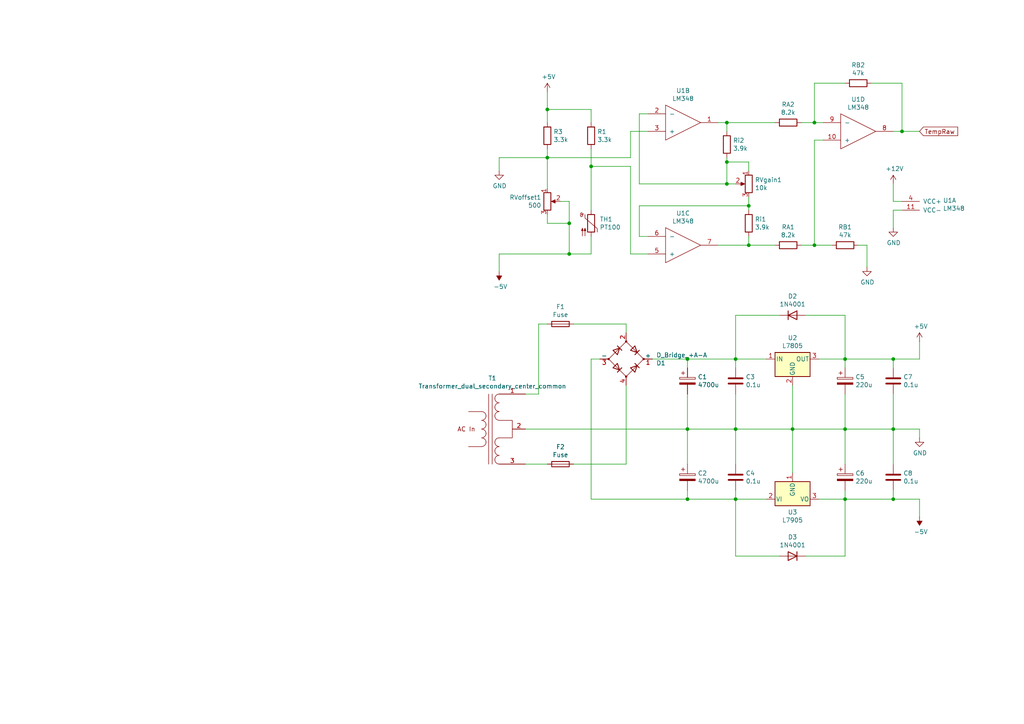
<source format=kicad_sch>
(kicad_sch (version 20211123) (generator eeschema)
  (paper "A4")
  (lib_symbols
    (symbol "Device:C" (pin_numbers hide) (pin_names (offset 0.254))
      (property "Reference" "C" (at 0.635 2.54 0))
      (property "Value" "C" (at 0.635 -2.54 0))
      (symbol "C_0_1"
        (polyline (pts (xy -2.032 -0.762) (xy 2.032 -0.762)) (stroke (width 0.508)))
        (polyline (pts (xy -2.032 0.762) (xy 2.032 0.762)) (stroke (width 0.508)))
      )
      (symbol "C_1_1"
        (pin passive line (at 0 3.81 270) (length 2.794) (name "~") (number "1"))
        (pin passive line (at 0 -3.81 90) (length 2.794) (name "~") (number "2"))
      )
    )
    (symbol "Device:D_Bridge_+A-A" (pin_names (offset 0))
      (property "Reference" "D" (at 2.54 6.985 0))
      (property "Value" "D_Bridge_+A-A" (at 2.54 5.08 0))
      (symbol "D_Bridge_+A-A_0_1"
        (circle (center -5.08 0) (radius 0.254) (fill (type outline)))
        (circle (center 0 -5.08) (radius 0.254) (fill (type outline)))
        (polyline (pts (xy -2.54 3.81) (xy -1.27 2.54)) (stroke (width 0.254)))
        (polyline (pts (xy -1.27 -2.54) (xy -2.54 -3.81)) (stroke (width 0.254)))
        (polyline (pts (xy 2.54 -1.27) (xy 3.81 -2.54)) (stroke (width 0.254)))
        (polyline (pts (xy 2.54 1.27) (xy 3.81 2.54)) (stroke (width 0.254)))
        (polyline (pts (xy -3.81 2.54) (xy -2.54 1.27) (xy -1.905 3.175) (xy -3.81 2.54)) (stroke (width 0.254)))
        (polyline (pts (xy -2.54 -1.27) (xy -3.81 -2.54) (xy -1.905 -3.175) (xy -2.54 -1.27)) (stroke (width 0.254)))
        (polyline (pts (xy 1.27 2.54) (xy 2.54 3.81) (xy 3.175 1.905) (xy 1.27 2.54)) (stroke (width 0.254)))
        (polyline (pts (xy 3.175 -1.905) (xy 1.27 -2.54) (xy 2.54 -3.81) (xy 3.175 -1.905)) (stroke (width 0.254)))
        (polyline (pts (xy -5.08 0) (xy 0 -5.08) (xy 5.08 0) (xy 0 5.08) (xy -5.08 0)))
        (circle (center 0 5.08) (radius 0.254) (fill (type outline)))
        (circle (center 5.08 0) (radius 0.254) (fill (type outline)))
      )
      (symbol "D_Bridge_+A-A_1_1"
        (pin passive line (at 7.62 0 180) (length 2.54) (name "+") (number "1"))
        (pin passive line (at 0 -7.62 90) (length 2.54) (name "~") (number "2"))
        (pin passive line (at -7.62 0 0) (length 2.54) (name "-") (number "3"))
        (pin passive line (at 0 7.62 270) (length 2.54) (name "~") (number "4"))
      )
    )
    (symbol "Device:Fuse" (pin_numbers hide) (pin_names (offset 0))
      (property "Reference" "F" (at 2.032 0 90))
      (property "Value" "Fuse" (at -1.905 0 90))
      (symbol "Fuse_0_1"
        (rectangle (start -0.762 -2.54) (end 0.762 2.54) (stroke (width 0.254)))
        (polyline (pts (xy 0 2.54) (xy 0 -2.54)))
      )
      (symbol "Fuse_1_1"
        (pin passive line (at 0 3.81 270) (length 1.27) (name "~") (number "1"))
        (pin passive line (at 0 -3.81 90) (length 1.27) (name "~") (number "2"))
      )
    )
    (symbol "Device:R" (pin_numbers hide) (pin_names (offset 0))
      (property "Reference" "R" (at 2.032 0 90))
      (property "Value" "R" (at 0 0 90))
      (symbol "R_0_1"
        (rectangle (start -1.016 -2.54) (end 1.016 2.54) (stroke (width 0.254)))
      )
      (symbol "R_1_1"
        (pin passive line (at 0 3.81 270) (length 1.27) (name "~") (number "1"))
        (pin passive line (at 0 -3.81 90) (length 1.27) (name "~") (number "2"))
      )
    )
    (symbol "Diode:1N4001" (pin_numbers hide) (pin_names (offset 1.016) hide)
      (property "Reference" "D" (at 0 2.54 0))
      (property "Value" "1N4001" (at 0 -2.54 0))
      (symbol "1N4001_0_1"
        (polyline (pts (xy -1.27 1.27) (xy -1.27 -1.27)) (stroke (width 0.254)))
        (polyline (pts (xy 1.27 0) (xy -1.27 0)))
        (polyline (pts (xy 1.27 1.27) (xy 1.27 -1.27) (xy -1.27 0) (xy 1.27 1.27)) (stroke (width 0.254)))
      )
      (symbol "1N4001_1_1"
        (pin passive line (at -3.81 0 0) (length 2.54) (name "K") (number "1"))
        (pin passive line (at 3.81 0 180) (length 2.54) (name "A") (number "2"))
      )
    )
    (symbol "My_Parts:LM348" (pin_names (offset 1.016))
      (property "Reference" "U" (at -3.81 6.35 0))
      (property "Value" "LM348" (at 0.635 -5.715 0))
      (symbol "LM348_1_1"
        (pin power_in line (at 0 -2.54 0) (length 5.08) (name "VCC-") (number "11"))
        (pin power_in line (at 0 0 0) (length 5.08) (name "VCC+") (number "4"))
      )
      (symbol "LM348_2_1"
        (polyline (pts (xy -5.08 5.08) (xy -5.08 -5.08) (xy 5.08 0) (xy -5.08 5.08)))
        (pin output line (at 10.16 0 180) (length 5.08) (name "~") (number "1"))
        (pin input line (at -10.16 2.54 0) (length 5.08) (name "-") (number "2"))
        (pin input line (at -10.16 -2.54 0) (length 5.08) (name "+") (number "3"))
      )
      (symbol "LM348_3_1"
        (polyline (pts (xy -5.08 5.08) (xy -5.08 -5.08) (xy 5.08 0) (xy -5.08 5.08)))
        (pin input line (at -10.16 -2.54 0) (length 5.08) (name "+") (number "5"))
        (pin input line (at -10.16 2.54 0) (length 5.08) (name "-") (number "6"))
        (pin output line (at 10.16 0 180) (length 5.08) (name "~") (number "7"))
      )
      (symbol "LM348_4_1"
        (polyline (pts (xy -5.08 5.08) (xy -5.08 -5.08) (xy 5.08 0) (xy -5.08 5.08)))
        (pin input line (at -10.16 -2.54 0) (length 5.08) (name "+") (number "10"))
        (pin output line (at 10.16 0 180) (length 5.08) (name "~") (number "8"))
        (pin input line (at -10.16 2.54 0) (length 5.08) (name "-") (number "9"))
      )
      (symbol "LM348_5_1"
        (polyline (pts (xy -5.08 5.08) (xy -5.08 -5.08) (xy 5.08 0) (xy -5.08 5.08)))
        (pin input line (at -10.16 -2.54 0) (length 5.08) (name "+") (number "12"))
        (pin input line (at -10.16 2.54 0) (length 5.08) (name "-") (number "13"))
        (pin output line (at 10.16 0 180) (length 5.08) (name "~") (number "14"))
      )
    )
    (symbol "My_Parts:Transformer_dual_secondary_center_common" (pin_names (offset 1.016) hide)
      (property "Reference" "T" (at 0 12.7 0))
      (property "Value" "Transformer_dual_secondary_center_common" (at 0 -12.7 0))
      (symbol "Transformer_dual_secondary_center_common_0_0"
        (polyline (pts (xy -6.35 -5.08) (xy -2.54 -5.08)))
        (polyline (pts (xy -2.54 5.08) (xy -6.35 5.08)))
        (polyline (pts (xy 2.54 -2.54) (xy 6.35 -2.54) (xy 6.35 2.54) (xy 2.54 2.54)))
        (text "AC In" (at -6.985 0 0) (effects (font (size 1.27 1.27))))
      )
      (symbol "Transformer_dual_secondary_center_common_0_1"
        (arc (start -2.54 -5.0546) (mid -1.6561 -4.6863) (end -1.27 -3.81))
        (arc (start -2.54 -2.5146) (mid -1.6561 -2.1463) (end -1.27 -1.27))
        (arc (start -2.54 0.0254) (mid -1.6561 0.3937) (end -1.27 1.27))
        (arc (start -2.54 2.5654) (mid -1.6561 2.9337) (end -1.27 3.81))
        (arc (start -1.27 -3.81) (mid -1.642 -2.912) (end -2.54 -2.54))
        (arc (start -1.27 -1.27) (mid -1.642 -0.372) (end -2.54 0))
        (arc (start -1.27 1.27) (mid -1.642 2.168) (end -2.54 2.54))
        (arc (start -1.27 3.81) (mid -1.642 4.708) (end -2.54 5.08))
        (polyline (pts (xy -0.508 -10.16) (xy -0.508 10.16)))
        (polyline (pts (xy 0.508 10.16) (xy 0.508 -10.16)))
        (arc (start 1.2954 -8.89) (mid 1.6599 -9.7701) (end 2.54 -10.1346))
        (arc (start 1.2954 -6.35) (mid 1.6599 -7.2301) (end 2.54 -7.5946))
        (arc (start 1.2954 -3.81) (mid 1.6599 -4.6901) (end 2.54 -5.0546))
        (arc (start 1.2954 3.81) (mid 1.6599 2.9299) (end 2.54 2.5654))
        (arc (start 1.2954 6.35) (mid 1.6599 5.4699) (end 2.54 5.1054))
        (arc (start 1.2954 8.89) (mid 1.6599 8.0099) (end 2.54 7.6454))
        (arc (start 2.54 -7.62) (mid 1.6456 -7.9883) (end 1.2954 -8.89))
        (arc (start 2.54 -5.08) (mid 1.6456 -5.4483) (end 1.2954 -6.35))
        (arc (start 2.54 -2.54) (mid 1.6456 -2.9083) (end 1.2954 -3.81))
        (arc (start 2.54 5.08) (mid 1.6456 4.7117) (end 1.2954 3.81))
        (arc (start 2.54 7.62) (mid 1.6456 7.2517) (end 1.2954 6.35))
        (arc (start 2.54 10.16) (mid 1.6456 9.7917) (end 1.2954 8.89))
      )
      (symbol "Transformer_dual_secondary_center_common_1_1"
        (pin passive line (at 10.16 10.16 180) (length 7.62) (name "SA") (number "1"))
        (pin passive line (at 10.16 0 180) (length 3.81) (name "Center") (number "2"))
        (pin passive line (at 10.16 -10.16 180) (length 7.62) (name "SD") (number "3"))
      )
    )
    (symbol "Regulator_Linear:L7805" (pin_names (offset 0.254))
      (property "Reference" "U" (at -3.81 3.175 0))
      (property "Value" "L7805" (at 0 3.175 0))
      (symbol "L7805_0_1"
        (rectangle (start -5.08 1.905) (end 5.08 -5.08) (stroke (width 0.254)) (fill (type background)))
      )
      (symbol "L7805_1_1"
        (pin power_in line (at -7.62 0 0) (length 2.54) (name "IN") (number "1"))
        (pin power_in line (at 0 -7.62 90) (length 2.54) (name "GND") (number "2"))
        (pin power_out line (at 7.62 0 180) (length 2.54) (name "OUT") (number "3"))
      )
    )
    (symbol "Regulator_Linear:L7905" (pin_names (offset 0.254))
      (property "Reference" "U" (at -3.81 -3.175 0))
      (property "Value" "L7905" (at 0 -3.175 0))
      (symbol "L7905_0_1"
        (rectangle (start -5.08 5.08) (end 5.08 -1.905) (stroke (width 0.254)) (fill (type background)))
      )
      (symbol "L7905_1_1"
        (pin power_in line (at 0 7.62 270) (length 2.54) (name "GND") (number "1"))
        (pin power_in line (at -7.62 0 0) (length 2.54) (name "VI") (number "2"))
        (pin power_out line (at 7.62 0 180) (length 2.54) (name "VO") (number "3"))
      )
    )
    (symbol "Sensor_Temperature:PT100" (pin_numbers hide) (pin_names (offset 0))
      (property "Reference" "TH" (at -4.445 0 90))
      (property "Value" "PT100" (at 3.175 0 90))
      (symbol "PT100_0_1"
        (arc (start -3.048 2.159) (mid -3.0495 2.3143) (end -3.175 2.413))
        (arc (start -3.048 2.159) (mid -2.9736 1.9794) (end -2.794 1.905))
        (arc (start -3.048 2.794) (mid -2.9736 2.6144) (end -2.794 2.54))
        (arc (start -2.794 1.905) (mid -2.6144 1.9794) (end -2.54 2.159))
        (arc (start -2.794 2.54) (mid -2.4393 2.5587) (end -2.159 2.794))
        (arc (start -2.794 3.048) (mid -2.9736 2.9736) (end -3.048 2.794))
        (arc (start -2.54 2.794) (mid -2.6144 2.9736) (end -2.794 3.048))
        (rectangle (start -1.016 2.54) (end 1.016 -2.54) (stroke (width 0.254)))
        (polyline (pts (xy -2.54 2.159) (xy -2.54 2.794)))
        (polyline (pts (xy -1.778 2.54) (xy -1.778 1.524) (xy 1.778 -1.524) (xy 1.778 -2.54)))
        (polyline (pts (xy -2.54 -3.683) (xy -2.54 -1.397) (xy -2.794 -2.159) (xy -2.286 -2.159) (xy -2.54 -1.397) (xy -2.54 -1.651)) (fill (type outline)))
        (polyline (pts (xy -1.778 -3.683) (xy -1.778 -1.397) (xy -2.032 -2.159) (xy -1.524 -2.159) (xy -1.778 -1.397) (xy -1.778 -1.651)) (fill (type outline)))
      )
      (symbol "PT100_1_1"
        (pin passive line (at 0 3.81 270) (length 1.27) (name "~") (number "1"))
        (pin passive line (at 0 -3.81 90) (length 1.27) (name "~") (number "2"))
      )
    )
    (symbol "ardHotPlate-rescue:CP-Device" (pin_numbers hide) (pin_names (offset 0.254))
      (property "Reference" "C" (at 0.635 2.54 0))
      (property "Value" "CP-Device" (at 0.635 -2.54 0))
      (symbol "CP-Device_0_1"
        (rectangle (start -2.286 0.508) (end 2.286 1.016))
        (polyline (pts (xy -1.778 2.286) (xy -0.762 2.286)))
        (polyline (pts (xy -1.27 2.794) (xy -1.27 1.778)))
        (rectangle (start 2.286 -0.508) (end -2.286 -1.016) (fill (type outline)))
      )
      (symbol "CP-Device_1_1"
        (pin passive line (at 0 3.81 270) (length 2.794) (name "~") (number "1"))
        (pin passive line (at 0 -3.81 90) (length 2.794) (name "~") (number "2"))
      )
    )
    (symbol "ardHotPlate-rescue:R_POT-Device" (pin_names (offset 1.016) hide)
      (property "Reference" "RV" (at -4.445 0 90))
      (property "Value" "R_POT-Device" (at -2.54 0 90))
      (symbol "R_POT-Device_0_1"
        (polyline (pts (xy 2.54 0) (xy 1.524 0)))
        (polyline (pts (xy 1.143 0) (xy 2.286 0.508) (xy 2.286 -0.508) (xy 1.143 0)) (fill (type outline)))
        (rectangle (start 1.016 2.54) (end -1.016 -2.54) (stroke (width 0.254)))
      )
      (symbol "R_POT-Device_1_1"
        (pin passive line (at 0 3.81 270) (length 1.27) (name "1") (number "1"))
        (pin passive line (at 3.81 0 180) (length 1.27) (name "2") (number "2"))
        (pin passive line (at 0 -3.81 90) (length 1.27) (name "3") (number "3"))
      )
    )
    (symbol "power:+12V" (power) (pin_names (offset 0))
      (property "Value" "+12V" (at 0 3.556 0))
      (symbol "+12V_0_1"
        (polyline (pts (xy -0.762 1.27) (xy 0 2.54)))
        (polyline (pts (xy 0 0) (xy 0 2.54)))
        (polyline (pts (xy 0 2.54) (xy 0.762 1.27)))
      )
      (symbol "+12V_1_1"
        (pin power_in line (at 0 0 90) (length 0) hide (name "+12V") (number "1"))
      )
    )
    (symbol "power:+5V" (power) (pin_names (offset 0))
      (property "Value" "+5V" (at 0 3.556 0))
      (symbol "+5V_0_1"
        (polyline (pts (xy -0.762 1.27) (xy 0 2.54)))
        (polyline (pts (xy 0 0) (xy 0 2.54)))
        (polyline (pts (xy 0 2.54) (xy 0.762 1.27)))
      )
      (symbol "+5V_1_1"
        (pin power_in line (at 0 0 90) (length 0) hide (name "+5V") (number "1"))
      )
    )
    (symbol "power:-5V" (power) (pin_names (offset 0))
      (property "Value" "-5V" (at 0 3.81 0))
      (symbol "-5V_0_0"
        (pin power_in line (at 0 0 90) (length 0) hide (name "-5V") (number "1"))
      )
      (symbol "-5V_0_1"
        (polyline (pts (xy 0 0) (xy 0 1.27) (xy 0.762 1.27) (xy 0 2.54) (xy -0.762 1.27) (xy 0 1.27)) (fill (type outline)))
      )
    )
    (symbol "power:GND" (power) (pin_names (offset 0))
      (property "Value" "GND" (at 0 -3.81 0))
      (symbol "GND_0_1"
        (polyline (pts (xy 0 0) (xy 0 -1.27) (xy 1.27 -1.27) (xy 0 -2.54) (xy -1.27 -1.27) (xy 0 -1.27)))
      )
      (symbol "GND_1_1"
        (pin power_in line (at 0 0 270) (length 0) hide (name "GND") (number "1"))
      )
    )
  )
  (junction (at 259.08 124.46))
  (junction (at 259.08 104.14))
  (junction (at 245.11 124.46))
  (junction (at 236.22 35.56))
  (junction (at 199.39 124.46))
  (junction (at 217.17 59.69))
  (junction (at 158.75 45.72))
  (junction (at 261.62 38.1))
  (junction (at 171.45 48.26))
  (junction (at 229.87 124.46))
  (junction (at 165.1 73.66))
  (junction (at 259.08 144.78))
  (junction (at 210.82 46.99))
  (junction (at 217.17 71.12))
  (junction (at 213.36 104.14))
  (junction (at 245.11 144.78))
  (junction (at 199.39 104.14))
  (junction (at 245.11 104.14))
  (junction (at 199.39 144.78))
  (junction (at 236.22 71.12))
  (junction (at 158.75 31.75))
  (junction (at 213.36 124.46))
  (junction (at 210.82 53.34))
  (junction (at 165.1 64.77))
  (junction (at 210.82 35.56))
  (junction (at 213.36 144.78))
  (wire (pts (xy 236.22 35.56) (xy 236.22 24.13)))
  (wire (pts (xy 158.75 62.23) (xy 158.75 64.77)))
  (wire (pts (xy 213.36 114.3) (xy 213.36 124.46)))
  (wire (pts (xy 245.11 144.78) (xy 245.11 142.24)))
  (wire (pts (xy 165.1 64.77) (xy 165.1 73.66)))
  (wire (pts (xy 217.17 71.12) (xy 224.79 71.12)))
  (wire (pts (xy 158.75 45.72) (xy 158.75 54.61)))
  (wire (pts (xy 245.11 124.46) (xy 245.11 134.62)))
  (wire (pts (xy 185.42 68.58) (xy 187.96 68.58)))
  (wire (pts (xy 213.36 106.68) (xy 213.36 104.14)))
  (wire (pts (xy 199.39 144.78) (xy 213.36 144.78)))
  (wire (pts (xy 229.87 124.46) (xy 245.11 124.46)))
  (wire (pts (xy 210.82 35.56) (xy 210.82 38.1)))
  (wire (pts (xy 210.82 53.34) (xy 185.42 53.34)))
  (wire (pts (xy 181.61 134.62) (xy 166.37 134.62)))
  (wire (pts (xy 158.75 45.72) (xy 182.88 45.72)))
  (wire (pts (xy 173.99 104.14) (xy 171.45 104.14)))
  (wire (pts (xy 199.39 114.3) (xy 199.39 124.46)))
  (wire (pts (xy 199.39 124.46) (xy 199.39 134.62)))
  (wire (pts (xy 165.1 73.66) (xy 171.45 73.66)))
  (wire (pts (xy 199.39 124.46) (xy 152.4 124.46)))
  (wire (pts (xy 261.62 58.42) (xy 259.08 58.42)))
  (wire (pts (xy 237.49 144.78) (xy 245.11 144.78)))
  (wire (pts (xy 217.17 68.58) (xy 217.17 71.12)))
  (wire (pts (xy 171.45 104.14) (xy 171.45 144.78)))
  (wire (pts (xy 248.92 71.12) (xy 251.46 71.12)))
  (wire (pts (xy 245.11 91.44) (xy 245.11 104.14)))
  (wire (pts (xy 213.36 124.46) (xy 213.36 134.62)))
  (wire (pts (xy 217.17 49.53) (xy 217.17 46.99)))
  (wire (pts (xy 181.61 93.98) (xy 181.61 96.52)))
  (wire (pts (xy 182.88 48.26) (xy 171.45 48.26)))
  (wire (pts (xy 199.39 124.46) (xy 213.36 124.46)))
  (wire (pts (xy 241.3 71.12) (xy 236.22 71.12)))
  (wire (pts (xy 158.75 64.77) (xy 165.1 64.77)))
  (wire (pts (xy 259.08 144.78) (xy 266.7 144.78)))
  (wire (pts (xy 213.36 53.34) (xy 210.82 53.34)))
  (wire (pts (xy 266.7 149.86) (xy 266.7 144.78)))
  (wire (pts (xy 144.78 73.66) (xy 165.1 73.66)))
  (wire (pts (xy 213.36 104.14) (xy 213.36 91.44)))
  (wire (pts (xy 259.08 104.14) (xy 259.08 106.68)))
  (wire (pts (xy 213.36 104.14) (xy 199.39 104.14)))
  (wire (pts (xy 199.39 104.14) (xy 189.23 104.14)))
  (wire (pts (xy 185.42 33.02) (xy 185.42 53.34)))
  (wire (pts (xy 162.56 58.42) (xy 165.1 58.42)))
  (wire (pts (xy 208.28 35.56) (xy 210.82 35.56)))
  (wire (pts (xy 236.22 35.56) (xy 232.41 35.56)))
  (wire (pts (xy 236.22 24.13) (xy 245.11 24.13)))
  (wire (pts (xy 181.61 134.62) (xy 181.61 111.76)))
  (wire (pts (xy 232.41 71.12) (xy 236.22 71.12)))
  (wire (pts (xy 236.22 40.64) (xy 238.76 40.64)))
  (wire (pts (xy 171.45 35.56) (xy 171.45 31.75)))
  (wire (pts (xy 171.45 48.26) (xy 171.45 60.96)))
  (wire (pts (xy 261.62 38.1) (xy 259.08 38.1)))
  (wire (pts (xy 213.36 142.24) (xy 213.36 144.78)))
  (wire (pts (xy 261.62 24.13) (xy 261.62 38.1)))
  (wire (pts (xy 210.82 45.72) (xy 210.82 46.99)))
  (wire (pts (xy 245.11 114.3) (xy 245.11 124.46)))
  (wire (pts (xy 259.08 58.42) (xy 259.08 53.34)))
  (wire (pts (xy 237.49 104.14) (xy 245.11 104.14)))
  (wire (pts (xy 185.42 59.69) (xy 185.42 68.58)))
  (wire (pts (xy 158.75 43.18) (xy 158.75 45.72)))
  (wire (pts (xy 158.75 134.62) (xy 152.4 134.62)))
  (wire (pts (xy 229.87 111.76) (xy 229.87 124.46)))
  (wire (pts (xy 217.17 59.69) (xy 217.17 57.15)))
  (wire (pts (xy 259.08 144.78) (xy 259.08 142.24)))
  (wire (pts (xy 261.62 38.1) (xy 266.7 38.1)))
  (wire (pts (xy 229.87 124.46) (xy 229.87 137.16)))
  (wire (pts (xy 152.4 114.3) (xy 156.21 114.3)))
  (wire (pts (xy 165.1 58.42) (xy 165.1 64.77)))
  (wire (pts (xy 144.78 49.53) (xy 144.78 45.72)))
  (wire (pts (xy 245.11 106.68) (xy 245.11 104.14)))
  (wire (pts (xy 182.88 45.72) (xy 182.88 38.1)))
  (wire (pts (xy 238.76 35.56) (xy 236.22 35.56)))
  (wire (pts (xy 208.28 71.12) (xy 217.17 71.12)))
  (wire (pts (xy 182.88 38.1) (xy 187.96 38.1)))
  (wire (pts (xy 217.17 60.96) (xy 217.17 59.69)))
  (wire (pts (xy 199.39 142.24) (xy 199.39 144.78)))
  (wire (pts (xy 158.75 26.67) (xy 158.75 31.75)))
  (wire (pts (xy 210.82 46.99) (xy 210.82 53.34)))
  (wire (pts (xy 199.39 106.68) (xy 199.39 104.14)))
  (wire (pts (xy 259.08 104.14) (xy 266.7 104.14)))
  (wire (pts (xy 245.11 161.29) (xy 233.68 161.29)))
  (wire (pts (xy 251.46 71.12) (xy 251.46 77.47)))
  (wire (pts (xy 259.08 124.46) (xy 266.7 124.46)))
  (wire (pts (xy 158.75 45.72) (xy 144.78 45.72)))
  (wire (pts (xy 245.11 124.46) (xy 259.08 124.46)))
  (wire (pts (xy 245.11 144.78) (xy 245.11 161.29)))
  (wire (pts (xy 245.11 104.14) (xy 259.08 104.14)))
  (wire (pts (xy 217.17 59.69) (xy 185.42 59.69)))
  (wire (pts (xy 236.22 71.12) (xy 236.22 40.64)))
  (wire (pts (xy 144.78 73.66) (xy 144.78 78.74)))
  (wire (pts (xy 213.36 91.44) (xy 226.06 91.44)))
  (wire (pts (xy 222.25 104.14) (xy 213.36 104.14)))
  (wire (pts (xy 171.45 43.18) (xy 171.45 48.26)))
  (wire (pts (xy 213.36 161.29) (xy 213.36 144.78)))
  (wire (pts (xy 171.45 144.78) (xy 199.39 144.78)))
  (wire (pts (xy 226.06 161.29) (xy 213.36 161.29)))
  (wire (pts (xy 266.7 104.14) (xy 266.7 99.06)))
  (wire (pts (xy 185.42 33.02) (xy 187.96 33.02)))
  (wire (pts (xy 181.61 93.98) (xy 166.37 93.98)))
  (wire (pts (xy 233.68 91.44) (xy 245.11 91.44)))
  (wire (pts (xy 213.36 124.46) (xy 229.87 124.46)))
  (wire (pts (xy 158.75 93.98) (xy 156.21 93.98)))
  (wire (pts (xy 158.75 31.75) (xy 158.75 35.56)))
  (wire (pts (xy 252.73 24.13) (xy 261.62 24.13)))
  (wire (pts (xy 259.08 134.62) (xy 259.08 124.46)))
  (wire (pts (xy 210.82 35.56) (xy 224.79 35.56)))
  (wire (pts (xy 217.17 46.99) (xy 210.82 46.99)))
  (wire (pts (xy 213.36 144.78) (xy 222.25 144.78)))
  (wire (pts (xy 187.96 73.66) (xy 182.88 73.66)))
  (wire (pts (xy 182.88 48.26) (xy 182.88 73.66)))
  (wire (pts (xy 259.08 124.46) (xy 259.08 114.3)))
  (wire (pts (xy 171.45 73.66) (xy 171.45 68.58)))
  (wire (pts (xy 259.08 60.96) (xy 259.08 66.04)))
  (wire (pts (xy 261.62 60.96) (xy 259.08 60.96)))
  (wire (pts (xy 171.45 31.75) (xy 158.75 31.75)))
  (wire (pts (xy 266.7 124.46) (xy 266.7 127)))
  (wire (pts (xy 156.21 114.3) (xy 156.21 93.98)))
  (wire (pts (xy 245.11 144.78) (xy 259.08 144.78)))
  (global_label "TempRaw" (shape input) (at 266.7 38.1 0) (property "Intersheet References" "${INTERSHEET_REFS}" (effects hide)))
  (symbol (lib_id "My_Parts:LM348") (at 261.62 58.42 0) (unit 1)
    (property "Reference" "U1" (at 273.5072 58.1406 0) (effects (justify left)))
    (property "Value" "LM348" (at 273.5072 60.452 0) (effects (justify left)))
    (property "Footprint" "Package_DIP:DIP-14_W7.62mm_Socket_LongPads" (effects hide))
  )
  (symbol (lib_id "My_Parts:LM348") (at 198.12 35.56 0) (unit 2)
    (property "Reference" "U1" (at 198.12 26.289 0))
    (property "Value" "LM348" (at 198.12 28.6004 0))
    (property "Footprint" "Package_DIP:DIP-14_W7.62mm_Socket_LongPads" (effects hide))
  )
  (symbol (lib_id "My_Parts:LM348") (at 198.12 71.12 0) (unit 3)
    (property "Reference" "U1" (at 198.12 61.849 0))
    (property "Value" "LM348" (at 198.12 64.1604 0))
    (property "Footprint" "Package_DIP:DIP-14_W7.62mm_Socket_LongPads" (effects hide))
  )
  (symbol (lib_id "My_Parts:LM348") (at 248.92 38.1 0) (unit 4)
    (property "Reference" "U1" (at 248.92 28.829 0))
    (property "Value" "LM348" (at 248.92 31.1404 0))
    (property "Footprint" "Package_DIP:DIP-14_W7.62mm_Socket_LongPads" (effects hide))
  )
  (symbol (lib_id "Device:R") (at 171.45 39.37 0) (unit 1)
    (property "Reference" "R1" (at 173.228 38.2016 0) (effects (justify left)))
    (property "Value" "3.3k" (at 173.228 40.513 0) (effects (justify left)))
    (property "Footprint" "My_Misc:R_Axial_DIN0207_L6.3mm_D2.5mm_P10.16mm_Horizontal_larger_pads" (effects hide))
  )
  (symbol (lib_id "Device:R") (at 158.75 39.37 0) (unit 1)
    (property "Reference" "R3" (at 160.528 38.2016 0) (effects (justify left)))
    (property "Value" "3.3k" (at 160.528 40.513 0) (effects (justify left)))
    (property "Footprint" "My_Misc:R_Axial_DIN0207_L6.3mm_D2.5mm_P10.16mm_Horizontal_larger_pads" (effects hide))
  )
  (symbol (lib_id "Device:R") (at 210.82 41.91 0) (unit 1)
    (property "Reference" "Ri2" (at 212.598 40.7416 0) (effects (justify left)))
    (property "Value" "3.9k" (at 212.598 43.053 0) (effects (justify left)))
    (property "Footprint" "My_Misc:R_Axial_DIN0207_L6.3mm_D2.5mm_P10.16mm_Horizontal_larger_pads" (effects hide))
  )
  (symbol (lib_id "Device:R") (at 217.17 64.77 0) (unit 1)
    (property "Reference" "Ri1" (at 218.948 63.6016 0) (effects (justify left)))
    (property "Value" "3.9k" (at 218.948 65.913 0) (effects (justify left)))
    (property "Footprint" "My_Misc:R_Axial_DIN0207_L6.3mm_D2.5mm_P10.16mm_Horizontal_larger_pads" (effects hide))
  )
  (symbol (lib_id "Device:R") (at 228.6 35.56 270) (unit 1)
    (property "Reference" "RA2" (at 228.6 30.3022 90))
    (property "Value" "8.2k" (at 228.6 32.6136 90))
    (property "Footprint" "My_Misc:R_Axial_DIN0207_L6.3mm_D2.5mm_P10.16mm_Horizontal_larger_pads" (effects hide))
  )
  (symbol (lib_id "Device:R") (at 248.92 24.13 270) (unit 1)
    (property "Reference" "RB2" (at 248.92 18.8722 90))
    (property "Value" "47k" (at 248.92 21.1836 90))
    (property "Footprint" "My_Misc:R_Axial_DIN0207_L6.3mm_D2.5mm_P10.16mm_Horizontal_larger_pads" (effects hide))
  )
  (symbol (lib_id "Device:R") (at 228.6 71.12 270) (unit 1)
    (property "Reference" "RA1" (at 228.6 65.8622 90))
    (property "Value" "8.2k" (at 228.6 68.1736 90))
    (property "Footprint" "My_Misc:R_Axial_DIN0207_L6.3mm_D2.5mm_P10.16mm_Horizontal_larger_pads" (effects hide))
  )
  (symbol (lib_id "Sensor_Temperature:PT100") (at 171.45 64.77 0) (unit 1)
    (property "Reference" "TH1" (at 173.9392 63.6016 0) (effects (justify left)))
    (property "Value" "PT100" (at 173.9392 65.913 0) (effects (justify left)))
    (property "Footprint" "My_Headers:2-pin_Thermistor_NTC_large" (effects hide))
    (property "Datasheet" "https://www.heraeus.com/media/media/group/doc_group/products_1/hst/sot_to/de_15/to_92_d.pdf" (effects hide))
  )
  (symbol (lib_id "power:GND") (at 144.78 49.53 0) (unit 1)
    (property "Reference" "#PWR02" (effects hide))
    (property "Value" "GND" (at 144.907 53.9242 0))
  )
  (symbol (lib_id "ardHotPlate-rescue:R_POT-Device") (at 217.17 53.34 0) (mirror y) (unit 1)
    (property "Reference" "RVgain1" (at 218.948 52.1716 0) (effects (justify right)))
    (property "Value" "10k" (at 218.948 54.483 0) (effects (justify right)))
    (property "Footprint" "My_Misc:Potentiometer_Bourns_3339P_Vertical_large" (effects hide))
  )
  (symbol (lib_id "Device:R") (at 245.11 71.12 270) (unit 1)
    (property "Reference" "RB1" (at 245.11 65.8622 90))
    (property "Value" "47k" (at 245.11 68.1736 90))
    (property "Footprint" "My_Misc:R_Axial_DIN0207_L6.3mm_D2.5mm_P10.16mm_Horizontal_larger_pads" (effects hide))
  )
  (symbol (lib_id "power:GND") (at 251.46 77.47 0) (unit 1)
    (property "Reference" "#PWR05" (effects hide))
    (property "Value" "GND" (at 251.587 81.8642 0))
  )
  (symbol (lib_id "power:+5V") (at 158.75 26.67 0) (unit 1)
    (property "Reference" "#PWR01" (effects hide))
    (property "Value" "+5V" (at 159.131 22.2758 0))
  )
  (symbol (lib_id "power:GND") (at 259.08 66.04 0) (unit 1)
    (property "Reference" "#PWR04" (effects hide))
    (property "Value" "GND" (at 259.207 70.4342 0))
  )
  (symbol (lib_id "power:+12V") (at 259.08 53.34 0) (unit 1)
    (property "Reference" "#PWR03" (effects hide))
    (property "Value" "+12V" (at 259.461 48.9458 0))
  )
  (symbol (lib_id "power:-5V") (at 144.78 78.74 0) (mirror x) (unit 1)
    (property "Reference" "#PWR0101" (effects hide))
    (property "Value" "-5V" (at 145.161 83.1342 0))
  )
  (symbol (lib_id "ardHotPlate-rescue:R_POT-Device") (at 158.75 58.42 0) (unit 1)
    (property "Reference" "RVoffset1" (at 156.9974 57.2516 0) (effects (justify right)))
    (property "Value" "500" (at 156.9974 59.563 0) (effects (justify right)))
    (property "Footprint" "My_Misc:Potentiometer_Bourns_3339P_Vertical_large" (effects hide))
  )
  (symbol (lib_id "Regulator_Linear:L7805") (at 229.87 104.14 0) (unit 1)
    (property "Reference" "U2" (at 229.87 97.9932 0))
    (property "Value" "L7805" (at 229.87 100.3046 0))
    (property "Footprint" "My_Parts:LM7805_TO-220-3_Vertical_larger" (effects hide))
    (property "Datasheet" "http://www.st.com/content/ccc/resource/technical/document/datasheet/41/4f/b3/b0/12/d4/47/88/CD00000444.pdf/files/CD00000444.pdf/jcr:content/translations/en.CD00000444.pdf" (effects hide))
  )
  (symbol (lib_id "Regulator_Linear:L7905") (at 229.87 144.78 0) (unit 1)
    (property "Reference" "U3" (at 229.87 148.5646 0))
    (property "Value" "L7905" (at 229.87 150.876 0))
    (property "Footprint" "My_Parts:LM7905_TO-220-3_Vertical_larger" (effects hide))
    (property "Datasheet" "http://www.st.com/content/ccc/resource/technical/document/datasheet/c9/16/86/41/c7/2b/45/f2/CD00000450.pdf/files/CD00000450.pdf/jcr:content/translations/en.CD00000450.pdf" (effects hide))
  )
  (symbol (lib_id "ardHotPlate-rescue:CP-Device") (at 199.39 110.49 0) (unit 1)
    (property "Reference" "C1" (at 202.3872 109.3216 0) (effects (justify left)))
    (property "Value" "4700u" (at 202.3872 111.633 0) (effects (justify left)))
    (property "Footprint" "Capacitor_THT:CP_Radial_D18.0mm_P7.50mm" (effects hide))
  )
  (symbol (lib_id "ardHotPlate-rescue:CP-Device") (at 199.39 138.43 0) (unit 1)
    (property "Reference" "C2" (at 202.3872 137.2616 0) (effects (justify left)))
    (property "Value" "4700u" (at 202.3872 139.573 0) (effects (justify left)))
    (property "Footprint" "Capacitor_THT:CP_Radial_D18.0mm_P7.50mm" (effects hide))
  )
  (symbol (lib_id "Device:C") (at 213.36 110.49 0) (unit 1)
    (property "Reference" "C3" (at 216.281 109.3216 0) (effects (justify left)))
    (property "Value" "0.1u" (at 216.281 111.633 0) (effects (justify left)))
    (property "Footprint" "My_Misc:C_Disc_D3.0mm_W1.6mm_P2.50mm_larg" (effects hide))
  )
  (symbol (lib_id "Device:C") (at 213.36 138.43 0) (unit 1)
    (property "Reference" "C4" (at 216.281 137.2616 0) (effects (justify left)))
    (property "Value" "0.1u" (at 216.281 139.573 0) (effects (justify left)))
    (property "Footprint" "My_Misc:C_Disc_D3.0mm_W1.6mm_P2.50mm_larg" (effects hide))
  )
  (symbol (lib_id "ardHotPlate-rescue:CP-Device") (at 245.11 110.49 0) (unit 1)
    (property "Reference" "C5" (at 248.1072 109.3216 0) (effects (justify left)))
    (property "Value" "220u" (at 248.1072 111.633 0) (effects (justify left)))
    (property "Footprint" "My_Misc:CP_Radial_D6.3mm_P2.50mm_large" (effects hide))
  )
  (symbol (lib_id "ardHotPlate-rescue:CP-Device") (at 245.11 138.43 0) (unit 1)
    (property "Reference" "C6" (at 248.1072 137.2616 0) (effects (justify left)))
    (property "Value" "220u" (at 248.1072 139.573 0) (effects (justify left)))
    (property "Footprint" "My_Misc:CP_Radial_D6.3mm_P2.50mm_large" (effects hide))
  )
  (symbol (lib_id "Device:C") (at 259.08 110.49 0) (unit 1)
    (property "Reference" "C7" (at 262.001 109.3216 0) (effects (justify left)))
    (property "Value" "0.1u" (at 262.001 111.633 0) (effects (justify left)))
    (property "Footprint" "My_Misc:C_Disc_D3.0mm_W1.6mm_P2.50mm_larg" (effects hide))
  )
  (symbol (lib_id "Device:C") (at 259.08 138.43 0) (unit 1)
    (property "Reference" "C8" (at 262.001 137.2616 0) (effects (justify left)))
    (property "Value" "0.1u" (at 262.001 139.573 0) (effects (justify left)))
    (property "Footprint" "My_Misc:C_Disc_D3.0mm_W1.6mm_P2.50mm_larg" (effects hide))
  )
  (symbol (lib_id "power:GND") (at 266.7 127 0) (unit 1)
    (property "Reference" "#PWR07" (effects hide))
    (property "Value" "GND" (at 266.827 131.3942 0))
  )
  (symbol (lib_id "power:+5V") (at 266.7 99.06 0) (unit 1)
    (property "Reference" "#PWR06" (effects hide))
    (property "Value" "+5V" (at 267.081 94.6658 0))
  )
  (symbol (lib_id "power:-5V") (at 266.7 149.86 0) (mirror x) (unit 1)
    (property "Reference" "#PWR08" (effects hide))
    (property "Value" "-5V" (at 267.081 154.2542 0))
  )
  (symbol (lib_id "Device:Fuse") (at 162.56 93.98 270) (unit 1)
    (property "Reference" "F1" (at 162.56 88.9762 90))
    (property "Value" "Fuse" (at 162.56 91.2876 90))
    (property "Footprint" "My_Misc:Fuseholder_Cylinder-5x20mm_Schurter_0031_8201_Horizontal_Open_large" (effects hide))
  )
  (symbol (lib_id "Device:Fuse") (at 162.56 134.62 270) (unit 1)
    (property "Reference" "F2" (at 162.56 129.6162 90))
    (property "Value" "Fuse" (at 162.56 131.9276 90))
    (property "Footprint" "My_Misc:Fuseholder_Cylinder-5x20mm_Schurter_0031_8201_Horizontal_Open_large" (effects hide))
  )
  (symbol (lib_id "Diode:1N4001") (at 229.87 91.44 0) (unit 1)
    (property "Reference" "D2" (at 229.87 85.9282 0))
    (property "Value" "1N4001" (at 229.87 88.2396 0))
    (property "Footprint" "Diode_THT:D_DO-41_SOD81_P10.16mm_Horizontal" (effects hide))
    (property "Datasheet" "http://www.vishay.com/docs/88503/1n4001.pdf" (effects hide))
  )
  (symbol (lib_id "Diode:1N4001") (at 229.87 161.29 180) (unit 1)
    (property "Reference" "D3" (at 229.87 155.7782 0))
    (property "Value" "1N4001" (at 229.87 158.0896 0))
    (property "Footprint" "Diode_THT:D_DO-41_SOD81_P10.16mm_Horizontal" (effects hide))
    (property "Datasheet" "http://www.vishay.com/docs/88503/1n4001.pdf" (effects hide))
  )
  (symbol (lib_id "My_Parts:Transformer_dual_secondary_center_common") (at 142.24 124.46 0) (unit 1)
    (property "Reference" "T1" (at 142.7988 109.7026 0))
    (property "Value" "Transformer_dual_secondary_center_common" (at 142.7988 112.014 0))
    (property "Footprint" "My_Parts:3-pole_screw_terminal_2_x_XV_input" (effects hide))
  )
  (symbol (lib_id "Device:D_Bridge_+A-A") (at 181.61 104.14 0) (mirror x) (unit 1)
    (property "Reference" "D1" (at 190.3476 105.3084 0) (effects (justify left)))
    (property "Value" "D_Bridge_+A-A" (at 190.3476 102.997 0) (effects (justify left)))
    (property "Footprint" "Diode_THT:Diode_Bridge_Round_D9.8mm" (effects hide))
  )
)
</source>
